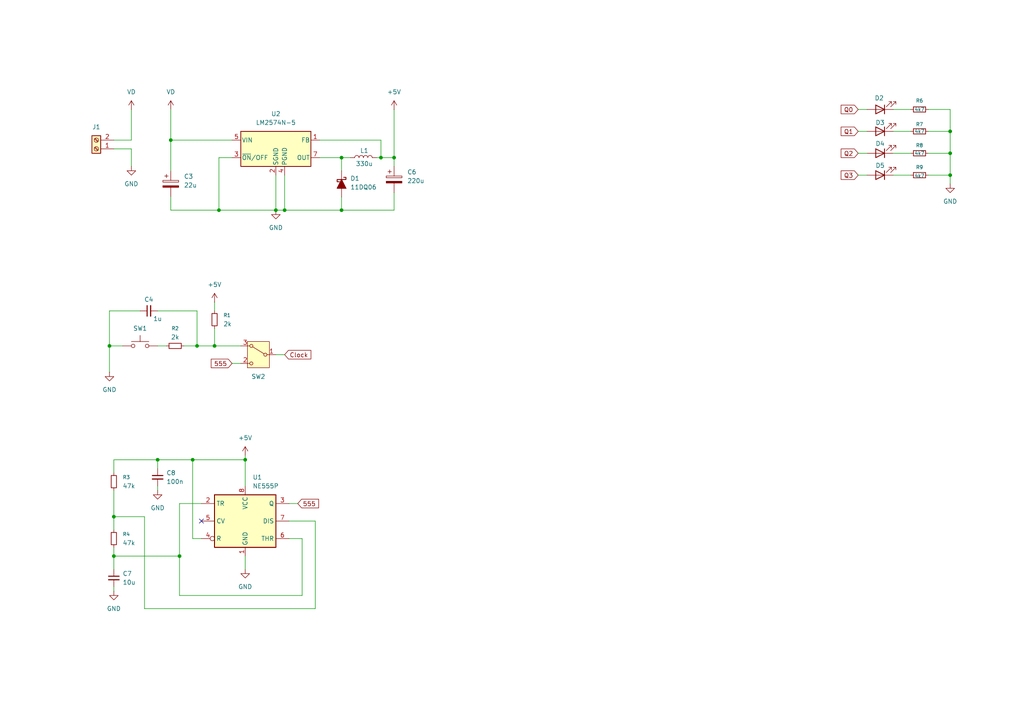
<source format=kicad_sch>
(kicad_sch (version 20250114) (generator "eeschema") (generator_version "9.0")
  (paper "A4")
  (title_block (title "BCD Brojač") (date "2025-10-21") (rev "0") (company "TVZ") (comment 1 "Izradio: Jan Znamenaček"))
  (lib_symbols
    (symbol "Connector:Screw_Terminal_01x02" (pin_names (offset 1.016) (hide yes))
      (property "Reference" "J" (at 0 2.54 0))
      (property "Value" "Screw_Terminal_01x02" (at 0 -5.08 0))
      (symbol "Screw_Terminal_01x02_1_1"
        (rectangle (start -1.27 1.27) (end 1.27 -3.81) (stroke (width 0.254)) (fill (type background)))
        (polyline (pts (xy -0.5334 0.3302) (xy 0.3302 -0.508)) (stroke (width 0.1524)))
        (polyline (pts (xy -0.5334 -2.2098) (xy 0.3302 -3.048)) (stroke (width 0.1524)))
        (polyline (pts (xy -0.3556 0.508) (xy 0.508 -0.3302)) (stroke (width 0.1524)))
        (polyline (pts (xy -0.3556 -2.032) (xy 0.508 -2.8702)) (stroke (width 0.1524)))
        (circle (center 0 0) (radius 0.635) (stroke (width 0.1524)))
        (circle (center 0 -2.54) (radius 0.635) (stroke (width 0.1524)))
        (pin passive line (at -5.08 0 0) (length 3.81) (name "Pin_1") (number "1"))
        (pin passive line (at -5.08 -2.54 0) (length 3.81) (name "Pin_2") (number "2"))
      )
    )
    (symbol "Device:C_Polarized" (pin_numbers (hide yes)) (pin_names (offset 0.254))
      (property "Reference" "C" (at 0.635 2.54 0))
      (property "Value" "C_Polarized" (at 0.635 -2.54 0))
      (symbol "C_Polarized_0_1"
        (rectangle (start -2.286 0.508) (end 2.286 1.016))
        (polyline (pts (xy -1.778 2.286) (xy -0.762 2.286)))
        (polyline (pts (xy -1.27 2.794) (xy -1.27 1.778)))
        (rectangle (start 2.286 -0.508) (end -2.286 -1.016) (fill (type outline)))
      )
      (symbol "C_Polarized_1_1"
        (pin passive line (at 0 3.81 270) (length 2.794) (name "~") (number "1"))
        (pin passive line (at 0 -3.81 90) (length 2.794) (name "~") (number "2"))
      )
    )
    (symbol "Device:C_Small" (pin_numbers (hide yes)) (pin_names (offset 0.254) (hide yes))
      (property "Reference" "C" (at 0.254 1.778 0))
      (property "Value" "C_Small" (at 0.254 -2.032 0))
      (symbol "C_Small_0_1"
        (polyline (pts (xy -1.524 0.508) (xy 1.524 0.508)) (stroke (width 0.3048)))
        (polyline (pts (xy -1.524 -0.508) (xy 1.524 -0.508)) (stroke (width 0.3302)))
      )
      (symbol "C_Small_1_1"
        (pin passive line (at 0 2.54 270) (length 2.032) (name "~") (number "1"))
        (pin passive line (at 0 -2.54 90) (length 2.032) (name "~") (number "2"))
      )
    )
    (symbol "Device:D_Schottky_Filled" (pin_numbers (hide yes)) (pin_names (offset 1.016) (hide yes))
      (property "Reference" "D" (at 0 2.54 0))
      (property "Value" "D_Schottky_Filled" (at 0 -2.54 0))
      (symbol "D_Schottky_Filled_0_1"
        (polyline (pts (xy -1.905 0.635) (xy -1.905 1.27) (xy -1.27 1.27) (xy -1.27 -1.27) (xy -0.635 -1.27) (xy -0.635 -0.635)) (stroke (width 0.254)))
        (polyline (pts (xy 1.27 1.27) (xy 1.27 -1.27) (xy -1.27 0) (xy 1.27 1.27)) (stroke (width 0.254)) (fill (type outline)))
        (polyline (pts (xy 1.27 0) (xy -1.27 0)))
      )
      (symbol "D_Schottky_Filled_1_1"
        (pin passive line (at -3.81 0 0) (length 2.54) (name "K") (number "1"))
        (pin passive line (at 3.81 0 180) (length 2.54) (name "A") (number "2"))
      )
    )
    (symbol "Device:L" (pin_numbers (hide yes)) (pin_names (offset 1.016) (hide yes))
      (property "Reference" "L" (at -1.27 0 90))
      (property "Value" "L" (at 1.905 0 90))
      (symbol "L_0_1"
        (arc (start 0 2.54) (mid 0.6323 1.905) (end 0 1.27))
        (arc (start 0 1.27) (mid 0.6323 0.635) (end 0 0))
        (arc (start 0 0) (mid 0.6323 -0.635) (end 0 -1.27))
        (arc (start 0 -1.27) (mid 0.6323 -1.905) (end 0 -2.54))
      )
      (symbol "L_1_1"
        (pin passive line (at 0 3.81 270) (length 1.27) (name "1") (number "1"))
        (pin passive line (at 0 -3.81 90) (length 1.27) (name "2") (number "2"))
      )
    )
    (symbol "Device:LED" (pin_numbers (hide yes)) (pin_names (offset 1.016) (hide yes))
      (property "Reference" "D" (at 0 2.54 0))
      (property "Value" "LED" (at 0 -2.54 0))
      (symbol "LED_0_1"
        (polyline (pts (xy -3.048 -0.762) (xy -4.572 -2.286) (xy -3.81 -2.286) (xy -4.572 -2.286) (xy -4.572 -1.524)))
        (polyline (pts (xy -1.778 -0.762) (xy -3.302 -2.286) (xy -2.54 -2.286) (xy -3.302 -2.286) (xy -3.302 -1.524)))
        (polyline (pts (xy -1.27 0) (xy 1.27 0)))
        (polyline (pts (xy -1.27 -1.27) (xy -1.27 1.27)) (stroke (width 0.254)))
        (polyline (pts (xy 1.27 -1.27) (xy 1.27 1.27) (xy -1.27 0) (xy 1.27 -1.27)) (stroke (width 0.254)))
      )
      (symbol "LED_1_1"
        (pin passive line (at -3.81 0 0) (length 2.54) (name "K") (number "1"))
        (pin passive line (at 3.81 0 180) (length 2.54) (name "A") (number "2"))
      )
    )
    (symbol "Device:R_Small" (pin_numbers (hide yes)) (pin_names (offset 0.254) (hide yes))
      (property "Reference" "R" (at 0 0 90))
      (property "Value" "R_Small" (at 1.778 0 90))
      (symbol "R_Small_0_1"
        (rectangle (start -0.762 1.778) (end 0.762 -1.778) (stroke (width 0.2032)))
      )
      (symbol "R_Small_1_1"
        (pin passive line (at 0 2.54 270) (length 0.762) (name "~") (number "1"))
        (pin passive line (at 0 -2.54 90) (length 0.762) (name "~") (number "2"))
      )
    )
    (symbol "Regulator_Switching:LM2574N-5" (pin_names (offset 0.254))
      (property "Reference" "U" (at -10.16 6.35 0))
      (property "Value" "LM2574N-5" (at 0 6.35 0))
      (symbol "LM2574N-5_0_1"
        (rectangle (start -10.16 5.08) (end 10.16 -5.08) (stroke (width 0.254)) (fill (type background)))
      )
      (symbol "LM2574N-5_1_1"
        (pin power_in line (at -12.7 2.54 0) (length 2.54) (name "VIN") (number "5"))
        (pin input line (at -12.7 -2.54 0) (length 2.54) (name "~{ON}/OFF") (number "3"))
        (pin no_connect line (at -10.16 0 0) (length 2.54) (hide yes) (name "NC") (number "6"))
        (pin power_in line (at 0 -7.62 90) (length 2.54) (name "SGND") (number "2"))
        (pin power_in line (at 2.54 -7.62 90) (length 2.54) (name "PGND") (number "4"))
        (pin no_connect line (at 10.16 0 180) (length 2.54) (hide yes) (name "NC") (number "8"))
        (pin input line (at 12.7 2.54 180) (length 2.54) (name "FB") (number "1"))
        (pin output line (at 12.7 -2.54 180) (length 2.54) (name "OUT") (number "7"))
      )
    )
    (symbol "Switch:SW_Push" (pin_numbers (hide yes)) (pin_names (offset 1.016) (hide yes))
      (property "Reference" "SW" (at 1.27 2.54 0))
      (property "Value" "SW_Push" (at 0 -1.524 0))
      (symbol "SW_Push_0_1"
        (circle (center -2.032 0) (radius 0.508))
        (polyline (pts (xy 0 1.27) (xy 0 3.048)))
        (circle (center 2.032 0) (radius 0.508))
        (polyline (pts (xy 2.54 1.27) (xy -2.54 1.27)))
        (pin passive line (at -5.08 0 0) (length 2.54) (name "1") (number "1"))
        (pin passive line (at 5.08 0 180) (length 2.54) (name "2") (number "2"))
      )
    )
    (symbol "Switch:SW_SPDT_312" (pin_names (offset 1) (hide yes))
      (property "Reference" "SW" (at 0 5.08 0))
      (property "Value" "SW_SPDT_312" (at 0 -5.08 0))
      (symbol "SW_SPDT_312_0_1"
        (circle (center -2.032 0) (radius 0.4572))
        (polyline (pts (xy -1.651 0.254) (xy 1.651 2.286)))
        (circle (center 2.032 2.54) (radius 0.4572))
        (circle (center 2.032 -2.54) (radius 0.4572))
      )
      (symbol "SW_SPDT_312_1_1"
        (rectangle (start -3.175 3.81) (end 3.175 -3.81) (fill (type background)))
        (pin passive line (at -5.08 0 0) (length 2.54) (name "B") (number "1"))
        (pin passive line (at 5.08 2.54 180) (length 2.54) (name "A") (number "3"))
        (pin passive line (at 5.08 -2.54 180) (length 2.54) (name "C") (number "2"))
      )
    )
    (symbol "Timer:NE555P"
      (property "Reference" "U" (at -10.16 8.89 0))
      (property "Value" "NE555P" (at 2.54 8.89 0))
      (symbol "NE555P_0_0"
        (pin power_in line (at 0 10.16 270) (length 2.54) (name "VCC") (number "8"))
        (pin power_in line (at 0 -10.16 90) (length 2.54) (name "GND") (number "1"))
      )
      (symbol "NE555P_0_1"
        (rectangle (start -8.89 -7.62) (end 8.89 7.62) (stroke (width 0.254)) (fill (type background)))
        (rectangle (start -8.89 -7.62) (end 8.89 7.62) (stroke (width 0.254)) (fill (type background)))
      )
      (symbol "NE555P_1_1"
        (pin input line (at -12.7 5.08 0) (length 3.81) (name "TR") (number "2"))
        (pin input line (at -12.7 0 0) (length 3.81) (name "CV") (number "5"))
        (pin input inverted (at -12.7 -5.08 0) (length 3.81) (name "R") (number "4"))
        (pin output line (at 12.7 5.08 180) (length 3.81) (name "Q") (number "3"))
        (pin input line (at 12.7 0 180) (length 3.81) (name "DIS") (number "7"))
        (pin input line (at 12.7 -5.08 180) (length 3.81) (name "THR") (number "6"))
      )
    )
    (symbol "power:+5V" (power) (pin_numbers (hide yes)) (pin_names (offset 0) (hide yes))
      (property "Value" "+5V" (at 0 3.556 0))
      (symbol "+5V_0_1"
        (polyline (pts (xy -0.762 1.27) (xy 0 2.54)))
        (polyline (pts (xy 0 2.54) (xy 0.762 1.27)))
        (polyline (pts (xy 0 0) (xy 0 2.54)))
      )
      (symbol "+5V_1_1"
        (pin power_in line (at 0 0 90) (length 0) (name "~") (number "1"))
      )
    )
    (symbol "power:GND" (power) (pin_numbers (hide yes)) (pin_names (offset 0) (hide yes))
      (property "Value" "GND" (at 0 -3.81 0))
      (symbol "GND_0_1"
        (polyline (pts (xy 0 0) (xy 0 -1.27) (xy 1.27 -1.27) (xy 0 -2.54) (xy -1.27 -1.27) (xy 0 -1.27)))
      )
      (symbol "GND_1_1"
        (pin power_in line (at 0 0 270) (length 0) (name "~") (number "1"))
      )
    )
    (symbol "power:VD" (power) (pin_numbers (hide yes)) (pin_names (offset 0) (hide yes))
      (property "Value" "VD" (at 0 3.556 0))
      (symbol "VD_0_1"
        (polyline (pts (xy -0.762 1.27) (xy 0 2.54)))
        (polyline (pts (xy 0 2.54) (xy 0.762 1.27)))
        (polyline (pts (xy 0 0) (xy 0 2.54)))
      )
      (symbol "VD_1_1"
        (pin power_in line (at 0 0 90) (length 0) (name "~") (number "1"))
      )
    )
  )
  (junction (at 49.53 40.64))
  (junction (at 275.59 44.45))
  (junction (at 55.88 133.35))
  (junction (at 33.02 161.29))
  (junction (at 57.15 100.33))
  (junction (at 52.07 161.29))
  (junction (at 82.55 60.96))
  (junction (at 99.06 45.72))
  (junction (at 275.59 38.1))
  (junction (at 80.01 60.96))
  (junction (at 31.75 100.33))
  (junction (at 99.06 60.96))
  (junction (at 33.02 149.86))
  (junction (at 71.12 133.35))
  (junction (at 110.49 45.72))
  (junction (at 45.72 133.35))
  (junction (at 62.23 100.33))
  (junction (at 63.5 60.96))
  (junction (at 114.3 45.72))
  (junction (at 275.59 50.8))
  (no_connect (at 58.42 151.13))
  (wire (pts (xy 259.08 38.1) (xy 264.16 38.1)))
  (wire (pts (xy 275.59 38.1) (xy 275.59 44.45)))
  (wire (pts (xy 55.88 133.35) (xy 71.12 133.35)))
  (wire (pts (xy 269.24 50.8) (xy 275.59 50.8)))
  (wire (pts (xy 33.02 149.86) (xy 33.02 153.67)))
  (wire (pts (xy 41.91 176.53) (xy 91.44 176.53)))
  (wire (pts (xy 45.72 135.89) (xy 45.72 133.35)))
  (wire (pts (xy 71.12 132.08) (xy 71.12 133.35)))
  (wire (pts (xy 49.53 60.96) (xy 49.53 57.15)))
  (wire (pts (xy 275.59 44.45) (xy 275.59 50.8)))
  (wire (pts (xy 57.15 100.33) (xy 62.23 100.33)))
  (wire (pts (xy 49.53 40.64) (xy 67.31 40.64)))
  (wire (pts (xy 269.24 44.45) (xy 275.59 44.45)))
  (wire (pts (xy 62.23 95.25) (xy 62.23 100.33)))
  (wire (pts (xy 45.72 90.17) (xy 57.15 90.17)))
  (wire (pts (xy 33.02 133.35) (xy 45.72 133.35)))
  (wire (pts (xy 80.01 102.87) (xy 82.55 102.87)))
  (wire (pts (xy 49.53 31.75) (xy 49.53 40.64)))
  (wire (pts (xy 62.23 100.33) (xy 69.85 100.33)))
  (wire (pts (xy 58.42 146.05) (xy 52.07 146.05)))
  (wire (pts (xy 114.3 55.88) (xy 114.3 60.96)))
  (wire (pts (xy 114.3 45.72) (xy 114.3 48.26)))
  (wire (pts (xy 80.01 60.96) (xy 63.5 60.96)))
  (wire (pts (xy 45.72 100.33) (xy 48.26 100.33)))
  (wire (pts (xy 99.06 45.72) (xy 99.06 49.53)))
  (wire (pts (xy 62.23 87.63) (xy 62.23 90.17)))
  (wire (pts (xy 33.02 161.29) (xy 52.07 161.29)))
  (wire (pts (xy 82.55 50.8) (xy 82.55 60.96)))
  (wire (pts (xy 114.3 60.96) (xy 99.06 60.96)))
  (wire (pts (xy 31.75 90.17) (xy 31.75 100.33)))
  (wire (pts (xy 33.02 149.86) (xy 41.91 149.86)))
  (wire (pts (xy 275.59 31.75) (xy 275.59 38.1)))
  (wire (pts (xy 33.02 170.18) (xy 33.02 171.45)))
  (wire (pts (xy 275.59 50.8) (xy 275.59 53.34)))
  (wire (pts (xy 33.02 142.24) (xy 33.02 149.86)))
  (wire (pts (xy 33.02 137.16) (xy 33.02 133.35)))
  (wire (pts (xy 53.34 100.33) (xy 57.15 100.33)))
  (wire (pts (xy 31.75 100.33) (xy 35.56 100.33)))
  (wire (pts (xy 33.02 161.29) (xy 33.02 165.1)))
  (wire (pts (xy 99.06 57.15) (xy 99.06 60.96)))
  (wire (pts (xy 248.92 50.8) (xy 251.46 50.8)))
  (wire (pts (xy 63.5 60.96) (xy 49.53 60.96)))
  (wire (pts (xy 41.91 149.86) (xy 41.91 176.53)))
  (wire (pts (xy 99.06 60.96) (xy 82.55 60.96)))
  (wire (pts (xy 110.49 40.64) (xy 110.49 45.72)))
  (wire (pts (xy 259.08 44.45) (xy 264.16 44.45)))
  (wire (pts (xy 38.1 40.64) (xy 38.1 31.75)))
  (wire (pts (xy 110.49 45.72) (xy 114.3 45.72)))
  (wire (pts (xy 80.01 50.8) (xy 80.01 60.96)))
  (wire (pts (xy 57.15 90.17) (xy 57.15 100.33)))
  (wire (pts (xy 109.22 45.72) (xy 110.49 45.72)))
  (wire (pts (xy 248.92 44.45) (xy 251.46 44.45)))
  (wire (pts (xy 63.5 45.72) (xy 63.5 60.96)))
  (wire (pts (xy 71.12 133.35) (xy 71.12 140.97)))
  (wire (pts (xy 269.24 38.1) (xy 275.59 38.1)))
  (wire (pts (xy 67.31 45.72) (xy 63.5 45.72)))
  (wire (pts (xy 55.88 133.35) (xy 55.88 156.21)))
  (wire (pts (xy 71.12 161.29) (xy 71.12 165.1)))
  (wire (pts (xy 114.3 31.75) (xy 114.3 45.72)))
  (wire (pts (xy 49.53 40.64) (xy 49.53 49.53)))
  (wire (pts (xy 52.07 161.29) (xy 52.07 172.72)))
  (wire (pts (xy 67.31 105.41) (xy 69.85 105.41)))
  (wire (pts (xy 87.63 156.21) (xy 83.82 156.21)))
  (wire (pts (xy 52.07 172.72) (xy 87.63 172.72)))
  (wire (pts (xy 38.1 43.18) (xy 38.1 48.26)))
  (wire (pts (xy 83.82 146.05) (xy 86.36 146.05)))
  (wire (pts (xy 40.64 90.17) (xy 31.75 90.17)))
  (wire (pts (xy 92.71 45.72) (xy 99.06 45.72)))
  (wire (pts (xy 259.08 50.8) (xy 264.16 50.8)))
  (wire (pts (xy 248.92 38.1) (xy 251.46 38.1)))
  (wire (pts (xy 91.44 176.53) (xy 91.44 151.13)))
  (wire (pts (xy 45.72 133.35) (xy 55.88 133.35)))
  (wire (pts (xy 248.92 31.75) (xy 251.46 31.75)))
  (wire (pts (xy 52.07 146.05) (xy 52.07 161.29)))
  (wire (pts (xy 259.08 31.75) (xy 264.16 31.75)))
  (wire (pts (xy 87.63 172.72) (xy 87.63 156.21)))
  (wire (pts (xy 99.06 45.72) (xy 101.6 45.72)))
  (wire (pts (xy 82.55 60.96) (xy 80.01 60.96)))
  (wire (pts (xy 92.71 40.64) (xy 110.49 40.64)))
  (wire (pts (xy 33.02 43.18) (xy 38.1 43.18)))
  (wire (pts (xy 91.44 151.13) (xy 83.82 151.13)))
  (wire (pts (xy 58.42 156.21) (xy 55.88 156.21)))
  (wire (pts (xy 31.75 107.95) (xy 31.75 100.33)))
  (wire (pts (xy 269.24 31.75) (xy 275.59 31.75)))
  (wire (pts (xy 45.72 140.97) (xy 45.72 142.24)))
  (wire (pts (xy 33.02 158.75) (xy 33.02 161.29)))
  (wire (pts (xy 33.02 40.64) (xy 38.1 40.64)))
  (global_label "Q2" (shape input) (at 248.92 44.45 180) (property "Intersheetrefs" "${INTERSHEET_REFS}" (effects (hide yes))))
  (global_label "Q3" (shape input) (at 248.92 50.8 180) (property "Intersheetrefs" "${INTERSHEET_REFS}" (effects (hide yes))))
  (global_label "555" (shape input) (at 67.31 105.41 180) (property "Intersheetrefs" "${INTERSHEET_REFS}" (effects (hide yes))))
  (global_label "Q0" (shape input) (at 248.92 31.75 180) (property "Intersheetrefs" "${INTERSHEET_REFS}" (effects (hide yes))))
  (global_label "Clock" (shape input) (at 82.55 102.87 0) (property "Intersheetrefs" "${INTERSHEET_REFS}" (effects (hide yes))))
  (global_label "Q1" (shape input) (at 248.92 38.1 180) (property "Intersheetrefs" "${INTERSHEET_REFS}" (effects (hide yes))))
  (global_label "555" (shape input) (at 86.36 146.05 0) (property "Intersheetrefs" "${INTERSHEET_REFS}" (effects (hide yes))))
  (symbol (lib_id "Device:LED") (at 255.27 50.8 180) (unit 1)
    (property "Reference" "D5" (at 255.27 48.006 0))
    (property "Value" "LED" (effects (hide yes)))
    (property "Description" "Light emitting diode" (effects (hide yes)))
    (property "Sim.Pins" "1=K 2=A" (effects (hide yes)))
  )
  (symbol (lib_id "power:GND") (at 33.02 171.45 0) (unit 1)
    (property "Reference" "#PWR05" (effects (hide yes)))
    (property "Value" "GND" (at 33.02 176.53 0))
    (property "Description" "Power symbol creates a global label with name \"GND\" , ground" (effects (hide yes)))
  )
  (symbol (lib_id "Switch:SW_SPDT_312") (at 74.93 102.87 0) (mirror y) (unit 1)
    (property "Reference" "SW2" (at 74.93 109.22 0))
    (property "Description" "Switch, single pole double throw" (effects (hide yes)))
  )
  (symbol (lib_id "power:+5V") (at 114.3 31.75 0) (unit 1)
    (property "Reference" "#PWR01" (effects (hide yes)))
    (property "Value" "+5V" (at 114.3 26.67 0))
    (property "Description" "Power symbol creates a global label with name \"+5V\"" (effects (hide yes)))
  )
  (symbol (lib_id "power:GND") (at 38.1 48.26 0) (unit 1)
    (property "Reference" "#PWR011" (effects (hide yes)))
    (property "Value" "GND" (at 38.1 53.34 0))
    (property "Description" "Power symbol creates a global label with name \"GND\" , ground" (effects (hide yes)))
  )
  (symbol (lib_id "power:GND") (at 31.75 107.95 0) (unit 1)
    (property "Reference" "#PWR07" (effects (hide yes)))
    (property "Value" "GND" (at 31.75 113.03 0))
    (property "Description" "Power symbol creates a global label with name \"GND\" , ground" (effects (hide yes)))
  )
  (symbol (lib_id "Device:R_Small") (at 62.23 92.71 0) (unit 1)
    (property "Reference" "R1" (at 64.77 91.4399 0) (effects (font (size 1.016 1.016)) (justify left)))
    (property "Value" "2k" (at 64.77 93.9799 0) (effects (justify left)))
    (property "Description" "Resistor, small symbol" (effects (hide yes)))
  )
  (symbol (lib_id "Regulator_Switching:LM2574N-5") (at 80.01 43.18 0) (unit 1)
    (property "Reference" "U2" (at 80.01 33.02 0))
    (property "Value" "LM2574N-5" (at 80.01 35.56 0))
    (property "Footprint" "Package_DIP:DIP-8_W7.62mm" (effects (hide yes)))
    (property "Datasheet" "http://www.national.com/ds/LM/LM2574.pdf" (effects (hide yes)))
    (property "Description" "5V, 0.5A SIMPLE SWITCHER® Step-Down Voltage Regulator, DIP-8" (effects (hide yes)))
  )
  (symbol (lib_id "Device:C_Small") (at 45.72 138.43 0) (unit 1)
    (property "Reference" "C8" (at 48.26 137.1662 0) (effects (justify left)))
    (property "Value" "100n" (at 48.26 139.7062 0) (effects (justify left)))
    (property "Description" "Unpolarized capacitor, small symbol" (effects (hide yes)))
  )
  (symbol (lib_id "Device:C_Small") (at 43.18 90.17 90) (unit 1)
    (property "Reference" "C4" (at 43.18 86.868 90))
    (property "Value" "1u" (at 45.72 92.456 90))
    (property "Description" "Unpolarized capacitor, small symbol" (effects (hide yes)))
  )
  (symbol (lib_id "Device:R_Small") (at 266.7 44.45 90) (unit 1)
    (property "Reference" "R8" (at 266.7 42.164 90) (effects (font (size 1.016 1.016))))
    (property "Value" "4k7" (at 266.7 44.45 90) (effects (font (size 1.016 1.016))))
    (property "Description" "Resistor, small symbol" (effects (hide yes)))
  )
  (symbol (lib_id "Device:R_Small") (at 266.7 31.75 90) (unit 1)
    (property "Reference" "R6" (at 266.7 29.21 90) (effects (font (size 1.016 1.016))))
    (property "Value" "4k7" (at 266.7 31.75 90) (effects (font (size 1.016 1.016))))
    (property "Description" "Resistor, small symbol" (effects (hide yes)))
  )
  (symbol (lib_id "Device:C_Small") (at 33.02 167.64 0) (unit 1)
    (property "Reference" "C7" (at 35.56 166.3762 0) (effects (justify left)))
    (property "Value" "10u" (at 35.56 168.9162 0) (effects (justify left)))
    (property "Description" "Unpolarized capacitor, small symbol" (effects (hide yes)))
  )
  (symbol (lib_id "power:VD") (at 49.53 31.75 0) (unit 1)
    (property "Reference" "#PWR09" (effects (hide yes)))
    (property "Value" "VD" (at 49.53 26.67 0))
    (property "Description" "Power symbol creates a global label with name \"VD\"" (effects (hide yes)))
  )
  (symbol (lib_id "Device:LED") (at 255.27 38.1 180) (unit 1)
    (property "Reference" "D3" (at 255.27 35.56 0))
    (property "Value" "LED" (effects (hide yes)))
    (property "Description" "Light emitting diode" (effects (hide yes)))
    (property "Sim.Pins" "1=K 2=A" (effects (hide yes)))
  )
  (symbol (lib_id "power:GND") (at 80.01 60.96 0) (unit 1)
    (property "Reference" "#PWR02" (effects (hide yes)))
    (property "Value" "GND" (at 80.01 66.04 0))
    (property "Description" "Power symbol creates a global label with name \"GND\" , ground" (effects (hide yes)))
  )
  (symbol (lib_id "Device:R_Small") (at 50.8 100.33 90) (unit 1)
    (property "Reference" "R2" (at 50.8 95.25 90) (effects (font (size 1.016 1.016))))
    (property "Value" "2k" (at 50.8 97.79 90))
    (property "Description" "Resistor, small symbol" (effects (hide yes)))
  )
  (symbol (lib_id "Device:R_Small") (at 266.7 50.8 90) (unit 1)
    (property "Reference" "R9" (at 266.7 48.514 90) (effects (font (size 1.016 1.016))))
    (property "Value" "4k7" (at 266.7 51.562 90) (effects (font (size 1.016 1.016)) (justify top)))
    (property "Description" "Resistor, small symbol" (effects (hide yes)))
  )
  (symbol (lib_id "power:+5V") (at 62.23 87.63 0) (unit 1)
    (property "Reference" "#PWR08" (effects (hide yes)))
    (property "Value" "+5V" (at 62.23 82.55 0))
    (property "Description" "Power symbol creates a global label with name \"+5V\"" (effects (hide yes)))
  )
  (symbol (lib_id "power:VD") (at 38.1 31.75 0) (unit 1)
    (property "Reference" "#PWR010" (effects (hide yes)))
    (property "Value" "VD" (at 38.1 26.67 0))
    (property "Description" "Power symbol creates a global label with name \"VD\"" (effects (hide yes)))
  )
  (symbol (lib_id "Switch:SW_Push") (at 40.64 100.33 0) (unit 1)
    (property "Reference" "SW1" (at 40.64 95.25 0))
    (property "Description" "Push button switch, generic, two pins" (effects (hide yes)))
  )
  (symbol (lib_id "power:+5V") (at 71.12 132.08 0) (unit 1)
    (property "Reference" "#PWR03" (effects (hide yes)))
    (property "Value" "+5V" (at 71.12 127 0))
    (property "Description" "Power symbol creates a global label with name \"+5V\"" (effects (hide yes)))
  )
  (symbol (lib_id "Device:L") (at 105.41 45.72 90) (unit 1)
    (property "Reference" "L1" (at 105.664 43.688 90))
    (property "Value" "330u" (at 105.664 47.498 90))
    (property "Description" "Inductor" (effects (hide yes)))
  )
  (symbol (lib_id "Device:LED") (at 255.27 31.75 180) (unit 1)
    (property "Reference" "D2" (at 255.016 28.448 0))
    (property "Value" "LED" (effects (hide yes)))
    (property "Description" "Light emitting diode" (effects (hide yes)))
    (property "Sim.Pins" "1=K 2=A" (effects (hide yes)))
  )
  (symbol (lib_id "Device:C_Polarized") (at 114.3 52.07 0) (unit 1)
    (property "Reference" "C6" (at 118.11 49.9109 0) (effects (justify left)))
    (property "Value" "220u" (at 118.11 52.4509 0) (effects (justify left)))
    (property "Description" "Polarized capacitor" (effects (hide yes)))
  )
  (symbol (lib_id "Connector:Screw_Terminal_01x02") (at 27.94 43.18 180) (unit 1)
    (property "Reference" "J1" (at 27.94 36.83 0))
    (property "Value" "Screw_Terminal_01x02" (effects (hide yes)))
    (property "Description" "Generic screw terminal, single row, 01x02, script generated (kicad-library-utils/schlib/autogen/connector/)" (effects (hide yes)))
  )
  (symbol (lib_id "Timer:NE555P") (at 71.12 151.13 0) (unit 1)
    (property "Reference" "U1" (at 73.2633 138.43 0) (effects (justify left)))
    (property "Value" "NE555P" (at 73.2633 140.97 0) (effects (justify left)))
    (property "Footprint" "Package_DIP:DIP-8_W7.62mm" (effects (hide yes)))
    (property "Datasheet" "http://www.ti.com/lit/ds/symlink/ne555.pdf" (effects (hide yes)))
    (property "Description" "Precision Timers, 555 compatible,  PDIP-8" (effects (hide yes)))
  )
  (symbol (lib_id "Device:R_Small") (at 33.02 139.7 0) (unit 1)
    (property "Reference" "R3" (at 35.56 138.4299 0) (effects (font (size 1.016 1.016)) (justify left)))
    (property "Value" "47k" (at 35.56 140.9699 0) (effects (justify left)))
    (property "Description" "Resistor, small symbol" (effects (hide yes)))
  )
  (symbol (lib_id "Device:LED") (at 255.27 44.45 180) (unit 1)
    (property "Reference" "D4" (at 255.27 41.656 0))
    (property "Value" "LED" (effects (hide yes)))
    (property "Description" "Light emitting diode" (effects (hide yes)))
    (property "Sim.Pins" "1=K 2=A" (effects (hide yes)))
  )
  (symbol (lib_id "power:GND") (at 45.72 142.24 0) (unit 1)
    (property "Reference" "#PWR06" (effects (hide yes)))
    (property "Value" "GND" (at 45.72 147.32 0))
    (property "Description" "Power symbol creates a global label with name \"GND\" , ground" (effects (hide yes)))
  )
  (symbol (lib_id "power:GND") (at 275.59 53.34 0) (unit 1)
    (property "Reference" "#PWR012" (effects (hide yes)))
    (property "Value" "GND" (at 275.59 58.42 0))
    (property "Description" "Power symbol creates a global label with name \"GND\" , ground" (effects (hide yes)))
  )
  (symbol (lib_id "power:GND") (at 71.12 165.1 0) (unit 1)
    (property "Reference" "#PWR04" (effects (hide yes)))
    (property "Value" "GND" (at 71.12 170.18 0))
    (property "Description" "Power symbol creates a global label with name \"GND\" , ground" (effects (hide yes)))
  )
  (symbol (lib_id "Device:D_Schottky_Filled") (at 99.06 53.34 270) (unit 1)
    (property "Reference" "D1" (at 101.6 51.7524 90) (effects (justify left)))
    (property "Value" "11DQ06" (at 101.6 54.2924 90) (effects (justify left)))
    (property "Description" "Schottky diode, filled shape" (effects (hide yes)))
  )
  (symbol (lib_id "Device:R_Small") (at 33.02 156.21 0) (unit 1)
    (property "Reference" "R4" (at 35.56 154.9399 0) (effects (font (size 1.016 1.016)) (justify left)))
    (property "Value" "47k" (at 35.56 157.4799 0) (effects (justify left)))
    (property "Description" "Resistor, small symbol" (effects (hide yes)))
  )
  (symbol (lib_id "Device:C_Polarized") (at 49.53 53.34 0) (unit 1)
    (property "Reference" "C3" (at 53.34 51.1809 0) (effects (justify left)))
    (property "Value" "22u" (at 53.34 53.7209 0) (effects (justify left)))
    (property "Description" "Polarized capacitor" (effects (hide yes)))
  )
  (symbol (lib_id "Device:R_Small") (at 266.7 38.1 90) (unit 1)
    (property "Reference" "R7" (at 266.7 36.068 90) (effects (font (size 1.016 1.016))))
    (property "Value" "4k7" (at 266.7 38.1 90) (effects (font (size 1.016 1.016))))
    (property "Description" "Resistor, small symbol" (effects (hide yes)))
  )
)
</source>
